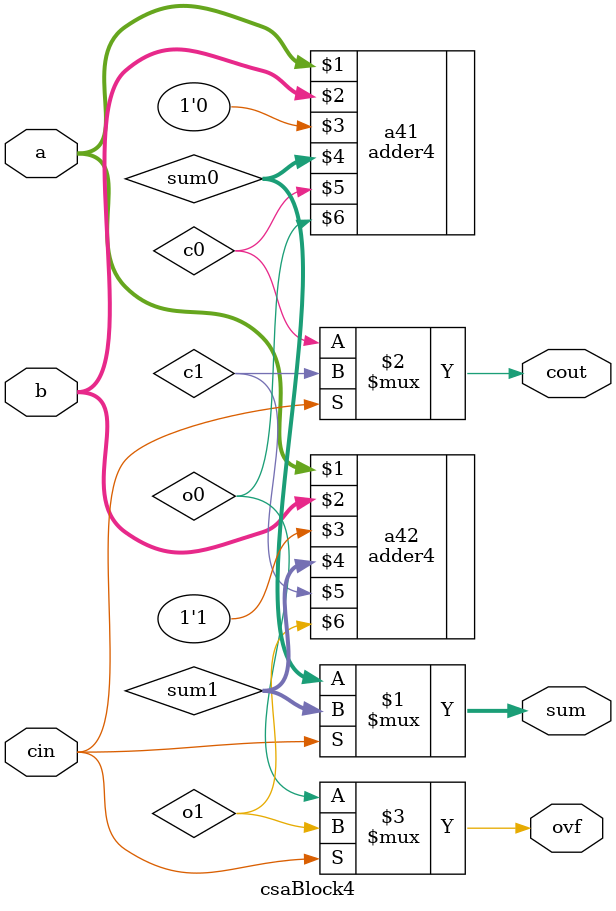
<source format=v>
module csaBlock4(a, b, cin, sum, cout, ovf);

	input [7:0] a, b;
	input cin;
	
	output [7:0] sum;
	output cout, ovf;
	
	wire [7:0] sum0, sum1;
	wire c0, c1;
	wire o0, o1;
	
	adder4 a41(a, b, 1'b0, sum0, c0, o0);
	adder4 a42(a, b, 1'b1, sum1, c1, o1);
	
	assign sum = cin ? sum1 : sum0;
	assign cout = cin ? c1 : c0;
	assign ovf = cin ? o1 : o0;

endmodule
</source>
